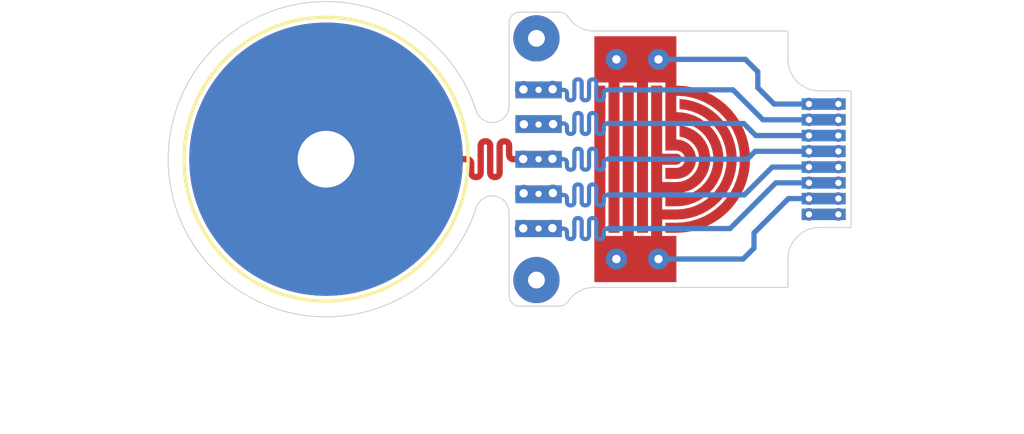
<source format=kicad_pcb>
(kicad_pcb (version 20171130) (host pcbnew "(5.1.10)-1")

  (general
    (thickness 0.15)
    (drawings 31)
    (tracks 37)
    (zones 0)
    (modules 1)
    (nets 1)
  )

  (page A4)
  (layers
    (0 F.Cu signal)
    (31 B.Cu signal)
    (32 B.Adhes user)
    (33 F.Adhes user)
    (34 B.Paste user)
    (35 F.Paste user)
    (36 B.SilkS user)
    (37 F.SilkS user)
    (38 B.Mask user)
    (39 F.Mask user)
    (40 Dwgs.User user)
    (41 Cmts.User user)
    (42 Eco1.User user)
    (43 Eco2.User user)
    (44 Edge.Cuts user)
    (45 Margin user)
    (46 B.CrtYd user)
    (47 F.CrtYd user)
    (48 B.Fab user)
    (49 F.Fab user)
  )

  (setup
    (last_trace_width 0.25)
    (trace_clearance 0.2)
    (zone_clearance 0.508)
    (zone_45_only no)
    (trace_min 0.2)
    (via_size 0.8)
    (via_drill 0.4)
    (via_min_size 0.4)
    (via_min_drill 0.3)
    (uvia_size 0.3)
    (uvia_drill 0.1)
    (uvias_allowed no)
    (uvia_min_size 0.2)
    (uvia_min_drill 0.1)
    (edge_width 0.05)
    (segment_width 0.2)
    (pcb_text_width 0.3)
    (pcb_text_size 1.5 1.5)
    (mod_edge_width 0.12)
    (mod_text_size 1 1)
    (mod_text_width 0.15)
    (pad_size 0.2 0.2)
    (pad_drill 0)
    (pad_to_mask_clearance 0)
    (aux_axis_origin 0 0)
    (grid_origin 142.5681 106.14218)
    (visible_elements 7FFFFFFF)
    (pcbplotparams
      (layerselection 0x014fc_ffffffff)
      (usegerberextensions false)
      (usegerberattributes true)
      (usegerberadvancedattributes true)
      (creategerberjobfile true)
      (excludeedgelayer true)
      (linewidth 0.100000)
      (plotframeref false)
      (viasonmask false)
      (mode 1)
      (useauxorigin false)
      (hpglpennumber 1)
      (hpglpenspeed 20)
      (hpglpendiameter 15.000000)
      (psnegative false)
      (psa4output false)
      (plotreference true)
      (plotvalue true)
      (plotinvisibletext false)
      (padsonsilk false)
      (subtractmaskfromsilk false)
      (outputformat 1)
      (mirror false)
      (drillshape 0)
      (scaleselection 1)
      (outputdirectory "BYTE_Bite_flex_v1.0/"))
  )

  (net 0 "")

  (net_class Default "This is the default net class."
    (clearance 0.2)
    (trace_width 0.25)
    (via_dia 0.8)
    (via_drill 0.4)
    (uvia_dia 0.3)
    (uvia_drill 0.1)
  )

  (module BYTE_Parts:Flex_Footprint_83 (layer F.Cu) (tedit 615B9453) (tstamp 615B9DCB)
    (at 142.5681 106.14218 90)
    (descr "Flex_Footprint_79 StepUp generated footprint")
    (fp_text reference REF** (at 0 -8 90) (layer F.Fab)
      (effects (font (size 0.8 0.8) (thickness 0.12)))
    )
    (fp_text value "Value " (at 0 10 90) (layer F.Fab)
      (effects (font (size 0.8 0.8) (thickness 0.12)))
    )
    (fp_circle (center 0 0) (end -6.75 0) (layer F.SilkS) (width 0.16))
    (fp_circle (center 0 0) (end -6.55 0) (layer F.Fab) (width 0.1))
    (fp_circle (center 0 0) (end -7 0) (layer F.CrtYd) (width 0.05))
    (fp_text user %R (at 0 -8 90) (layer F.Fab)
      (effects (font (size 0.8 0.8) (thickness 0.12)))
    )
    (fp_text user "EDIT PAD NUMBERS" (at 0 9 90) (layer Cmts.User)
      (effects (font (size 1 1) (thickness 0.2) italic))
    )
    (pad "#" thru_hole circle (at 0 0 90) (size 13 13) (drill 2.7) (layers *.Cu *.Mask))
    (pad "#" thru_hole circle (at -5.75 10 90) (size 2.2 2.2) (drill 0.8) (layers *.Cu *.Mask))
    (pad "#" thru_hole circle (at 5.75 10 90) (size 2.2 2.2) (drill 0.8) (layers *.Cu *.Mask))
    (pad "#" thru_hole circle (at -4.75 15.8 90) (size 1 1) (drill 0.4) (layers *.Cu *.Mask))
    (pad "#" thru_hole circle (at 4.75 15.8 90) (size 1 1) (drill 0.4) (layers *.Cu *.Mask))
    (pad "#" thru_hole circle (at -2.625 22.95 90) (size 0.6 0.6) (drill 0.3) (layers *.Cu *.Mask))
    (pad "#" thru_hole circle (at -1.875 22.95 90) (size 0.6 0.6) (drill 0.3) (layers *.Cu *.Mask))
    (pad "#" thru_hole circle (at -1.125 22.95 90) (size 0.6 0.6) (drill 0.3) (layers *.Cu *.Mask))
    (pad "#" thru_hole circle (at -0.375 22.95 90) (size 0.6 0.6) (drill 0.3) (layers *.Cu *.Mask))
    (pad "#" thru_hole circle (at 0.375 22.95 90) (size 0.6 0.6) (drill 0.3) (layers *.Cu *.Mask))
    (pad "#" thru_hole circle (at 1.125 22.95 90) (size 0.6 0.6) (drill 0.3) (layers *.Cu *.Mask))
    (pad "#" thru_hole circle (at 1.875 22.95 90) (size 0.6 0.6) (drill 0.3) (layers *.Cu *.Mask))
    (pad "#" thru_hole circle (at 2.625 22.95 90) (size 0.6 0.6) (drill 0.3) (layers *.Cu *.Mask))
    (pad "#" thru_hole circle (at -2.625 24.35 90) (size 0.6 0.6) (drill 0.3) (layers *.Cu *.Mask))
    (pad "#" thru_hole circle (at -1.875 24.35 90) (size 0.6 0.6) (drill 0.3) (layers *.Cu *.Mask))
    (pad "#" thru_hole circle (at -1.125 24.35 90) (size 0.6 0.6) (drill 0.3) (layers *.Cu *.Mask))
    (pad "#" thru_hole circle (at -0.375 24.35 90) (size 0.6 0.6) (drill 0.3) (layers *.Cu *.Mask))
    (pad "#" thru_hole circle (at 0.375 24.35 90) (size 0.6 0.6) (drill 0.3) (layers *.Cu *.Mask))
    (pad "#" thru_hole circle (at 1.125 24.35 90) (size 0.6 0.6) (drill 0.3) (layers *.Cu *.Mask))
    (pad "#" thru_hole circle (at 1.875 24.35 90) (size 0.6 0.6) (drill 0.3) (layers *.Cu *.Mask))
    (pad "#" thru_hole circle (at 2.625 24.35 90) (size 0.6 0.6) (drill 0.3) (layers *.Cu *.Mask))
    (pad "#" thru_hole circle (at -4.75 13.8 90) (size 1 1) (drill 0.4) (layers *.Cu *.Mask))
    (pad "#" thru_hole circle (at 4.75 13.8 90) (size 1 1) (drill 0.4) (layers *.Cu *.Mask))
    (pad "#" thru_hole rect (at -3.3 10.1 90) (size 0.8 2.2) (drill 0.3) (layers *.Cu *.Mask))
    (pad "#" thru_hole rect (at -1.65 10.1 90) (size 0.8 2.2) (drill 0.3) (layers *.Cu *.Mask))
    (pad "#" thru_hole rect (at 0 10.1 90) (size 0.8 2.2) (drill 0.3) (layers *.Cu *.Mask))
    (pad "#" thru_hole rect (at 1.65 10.1 90) (size 0.8 2.2) (drill 0.3) (layers *.Cu *.Mask))
    (pad "#" thru_hole rect (at 3.3 10.1 90) (size 0.8 2.2) (drill 0.3) (layers *.Cu *.Mask))
    (pad "#" smd custom (at 0 9.033 90) (size 0.073 0.073) (layers F.Cu)
      (zone_connect 0)
      (options (clearance outline) (anchor circle))
      (primitives
        (gr_poly (pts
           (xy -0.198 -2.283) (xy -0.162 -2.297) (xy -0.148 -2.333) (xy -0.148 -2.595) (xy 0.152 -2.595)
           (xy 0.152 -2.333) (xy 0.135 -2.224) (xy 0.085 -2.127) (xy 0.008 -2.049) (xy -0.09 -2)
           (xy -0.198 -1.983) (xy -0.649 -1.983) (xy -0.684 -1.968) (xy -0.699 -1.933) (xy -0.699 -1.883)
           (xy -0.684 -1.847) (xy -0.649 -1.833) (xy 0.651 -1.833) (xy 0.759 -1.815) (xy 0.857 -1.766)
           (xy 0.934 -1.688) (xy 0.984 -1.591) (xy 1.001 -1.483) (xy 1.001 -1.433) (xy 0.984 -1.324)
           (xy 0.934 -1.227) (xy 0.857 -1.149) (xy 0.759 -1.1) (xy 0.651 -1.083) (xy -0.649 -1.083)
           (xy -0.684 -1.068) (xy -0.699 -1.033) (xy -0.699 -0.983) (xy -0.684 -0.947) (xy -0.649 -0.933)
           (xy 0.651 -0.933) (xy 0.759 -0.915) (xy 0.857 -0.866) (xy 0.934 -0.788) (xy 0.984 -0.691)
           (xy 1.001 -0.583) (xy 1.001 -0.533) (xy 0.984 -0.424) (xy 0.934 -0.327) (xy 0.857 -0.249)
           (xy 0.759 -0.2) (xy 0.651 -0.183) (xy 0.2 -0.183) (xy 0.165 -0.168) (xy 0.15 -0.133)
           (xy 0.15 0) (xy 0.135 0.065) (xy 0.094 0.117) (xy 0.033 0.146) (xy -0.033 0.146)
           (xy -0.094 0.117) (xy -0.135 0.065) (xy -0.15 0) (xy -0.15 -0.133) (xy -0.133 -0.241)
           (xy -0.083 -0.338) (xy -0.006 -0.416) (xy 0.092 -0.465) (xy 0.2 -0.483) (xy 0.651 -0.483)
           (xy 0.686 -0.497) (xy 0.701 -0.533) (xy 0.701 -0.583) (xy 0.686 -0.618) (xy 0.651 -0.633)
           (xy -0.649 -0.633) (xy -0.757 -0.65) (xy -0.855 -0.699) (xy -0.932 -0.777) (xy -0.982 -0.874)
           (xy -0.999 -0.983) (xy -0.999 -1.033) (xy -0.982 -1.141) (xy -0.932 -1.238) (xy -0.855 -1.316)
           (xy -0.757 -1.365) (xy -0.649 -1.383) (xy 0.651 -1.383) (xy 0.686 -1.397) (xy 0.701 -1.433)
           (xy 0.701 -1.483) (xy 0.686 -1.518) (xy 0.651 -1.533) (xy -0.649 -1.533) (xy -0.757 -1.55)
           (xy -0.855 -1.599) (xy -0.932 -1.677) (xy -0.982 -1.774) (xy -0.999 -1.883) (xy -0.999 -1.933)
           (xy -0.982 -2.041) (xy -0.932 -2.138) (xy -0.855 -2.216) (xy -0.757 -2.265) (xy -0.649 -2.283)
) (width 0))
      ))
    (pad "#" smd custom (at -1.875 23.65 90) (size 0.2 0.2) (layers B.Cu B.Mask)
      (zone_connect 0)
      (options (clearance outline) (anchor circle))
      (primitives
        (gr_poly (pts
           (xy 0.275 -1.05) (xy 0.275 1.05) (xy -0.275 1.05) (xy -0.275 -1.05)) (width 0))
      ))
    (pad "#" smd custom (at -1.125 23.65 90) (size 0.2 0.2) (layers B.Cu B.Mask)
      (zone_connect 0)
      (options (clearance outline) (anchor circle))
      (primitives
        (gr_poly (pts
           (xy 0.275 -1.05) (xy 0.275 1.05) (xy -0.275 1.05) (xy -0.275 -1.05)) (width 0))
      ))
    (pad "#" smd custom (at -0.375 23.65 90) (size 0.2 0.2) (layers B.Cu B.Mask)
      (zone_connect 0)
      (options (clearance outline) (anchor circle))
      (primitives
        (gr_poly (pts
           (xy 0.275 1.05) (xy -0.275 1.05) (xy -0.275 -1.05) (xy 0.275 -1.05)) (width 0))
      ))
    (pad "#" smd custom (at 0.375 23.65 90) (size 0.2 0.2) (layers B.Cu B.Mask)
      (zone_connect 0)
      (options (clearance outline) (anchor circle))
      (primitives
        (gr_poly (pts
           (xy 0.275 -1.05) (xy 0.275 1.05) (xy -0.275 1.05) (xy -0.275 -1.05)) (width 0))
      ))
    (pad "#" smd custom (at 1.125 23.65 90) (size 0.2 0.2) (layers B.Cu B.Mask)
      (zone_connect 0)
      (options (clearance outline) (anchor circle))
      (primitives
        (gr_poly (pts
           (xy 0.275 -1.05) (xy 0.275 1.05) (xy -0.275 1.05) (xy -0.275 -1.05)) (width 0))
      ))
    (pad "#" smd custom (at 1.875 23.65 90) (size 0.2 0.2) (layers B.Cu B.Mask)
      (zone_connect 0)
      (options (clearance outline) (anchor circle))
      (primitives
        (gr_poly (pts
           (xy 0.275 -1.05) (xy 0.275 1.05) (xy -0.275 1.05) (xy -0.275 -1.05)) (width 0))
      ))
    (pad "#" smd custom (at 2.625 23.65 90) (size 0.2 0.2) (layers B.Cu B.Mask)
      (zone_connect 0)
      (options (clearance outline) (anchor circle))
      (primitives
        (gr_poly (pts
           (xy 0.275 -1.05) (xy 0.275 1.05) (xy -0.275 1.05) (xy -0.275 -1.05)) (width 0))
      ))
    (pad "#" smd custom (at -2.625 23.65 90) (size 0.2 0.2) (layers B.Cu B.Mask)
      (zone_connect 0)
      (options (clearance outline) (anchor circle))
      (primitives
        (gr_poly (pts
           (xy -0.275 -1.05) (xy -0.275 1.05) (xy 0.275 1.05) (xy 0.275 -1.05)) (width 0))
      ))
    (pad "#" smd custom (at 4.85 14.75 90) (size 0.2 0.2) (layers F.Cu)
      (zone_connect 0)
      (options (clearance outline) (anchor circle))
      (primitives
        (gr_poly (pts
           (xy -8.331 2.266) (xy -8.274 2.628) (xy -8.179 2.982) (xy -8.047 3.324) (xy -7.881 3.65)
           (xy -7.682 3.957) (xy -7.451 4.242) (xy -7.192 4.501) (xy -6.907 4.732) (xy -6.6 4.931)
           (xy -6.274 5.097) (xy -5.932 5.229) (xy -5.578 5.324) (xy -5.216 5.381) (xy -4.85 5.4)
           (xy -4.484 5.381) (xy -4.122 5.324) (xy -3.768 5.229) (xy -3.426 5.097) (xy -3.1 4.931)
           (xy -2.793 4.732) (xy -2.508 4.501) (xy -2.249 4.242) (xy -2.018 3.957) (xy -1.819 3.65)
           (xy -1.653 3.324) (xy -1.521 2.982) (xy -1.426 2.628) (xy -1.369 2.266) (xy -1.35 1.9)
           (xy 1 1.9) (xy 1 -2) (xy -1.2 -2) (xy -1.2 -1.325) (xy -8.35 -1.325)
           (xy -8.35 -0.8) (xy -1.2 -0.8) (xy -1.2 0.025) (xy -8.35 0.025) (xy -8.35 0.55)
           (xy -1.2 0.55) (xy -1.2 1.375) (xy -4.437 1.375) (xy -4.437 1.9) (xy -4.454 2.016)
           (xy -4.503 2.123) (xy -4.58 2.212) (xy -4.679 2.275) (xy -4.791 2.308) (xy -4.909 2.308)
           (xy -5.021 2.275) (xy -5.12 2.212) (xy -5.197 2.123) (xy -5.246 2.016) (xy -5.263 1.9)
           (xy -5.263 1.375) (xy -5.788 1.375) (xy -5.788 1.9) (xy -5.769 2.083) (xy -5.716 2.259)
           (xy -5.63 2.421) (xy -5.513 2.563) (xy -5.371 2.68) (xy -5.209 2.766) (xy -5.033 2.819)
           (xy -4.85 2.837) (xy -4.667 2.819) (xy -4.491 2.766) (xy -4.329 2.68) (xy -4.187 2.563)
           (xy -4.07 2.421) (xy -3.984 2.259) (xy -3.931 2.083) (xy -3.912 1.9) (xy -3.087 1.9)
           (xy -3.107 2.163) (xy -3.166 2.42) (xy -3.262 2.665) (xy -3.394 2.893) (xy -3.558 3.099)
           (xy -3.751 3.278) (xy -3.969 3.426) (xy -4.206 3.541) (xy -4.458 3.618) (xy -4.718 3.658)
           (xy -4.982 3.658) (xy -5.242 3.618) (xy -5.494 3.541) (xy -5.731 3.426) (xy -5.949 3.278)
           (xy -6.142 3.099) (xy -6.306 2.893) (xy -6.438 2.665) (xy -6.534 2.42) (xy -6.593 2.163)
           (xy -6.613 1.9) (xy -6.613 1.375) (xy -7.092 1.375) (xy -7.092 1.9) (xy -7.072 2.193)
           (xy -7.015 2.48) (xy -6.921 2.758) (xy -6.791 3.021) (xy -6.628 3.265) (xy -6.435 3.485)
           (xy -6.215 3.678) (xy -5.971 3.841) (xy -5.708 3.971) (xy -5.43 4.065) (xy -5.143 4.122)
           (xy -4.85 4.142) (xy -4.557 4.122) (xy -4.27 4.065) (xy -3.992 3.971) (xy -3.729 3.841)
           (xy -3.485 3.678) (xy -3.265 3.485) (xy -3.072 3.265) (xy -2.909 3.021) (xy -2.779 2.758)
           (xy -2.685 2.48) (xy -2.628 2.193) (xy -2.608 1.9) (xy -1.829 1.9) (xy -1.848 2.238)
           (xy -1.905 2.572) (xy -1.999 2.898) (xy -2.128 3.211) (xy -2.292 3.507) (xy -2.488 3.783)
           (xy -2.714 4.036) (xy -2.967 4.262) (xy -3.243 4.458) (xy -3.539 4.622) (xy -3.852 4.751)
           (xy -4.178 4.845) (xy -4.512 4.902) (xy -4.85 4.921) (xy -5.188 4.902) (xy -5.522 4.845)
           (xy -5.848 4.751) (xy -6.161 4.622) (xy -6.457 4.458) (xy -6.733 4.262) (xy -6.986 4.036)
           (xy -7.212 3.783) (xy -7.408 3.507) (xy -7.572 3.211) (xy -7.701 2.898) (xy -7.795 2.572)
           (xy -7.852 2.238) (xy -7.871 1.9) (xy -7.871 1.375) (xy -8.35 1.375) (xy -8.35 1.9)
) (width 0))
      ))
    (pad "#" smd custom (at -4.85 14.75 90) (size 0.2 0.2) (layers F.Cu)
      (zone_connect 0)
      (options (clearance outline) (anchor circle))
      (primitives
        (gr_poly (pts
           (xy 8.35 -1.475) (xy 1.2 -1.475) (xy 1.2 -0.65) (xy 8.35 -0.65) (xy 8.35 -0.125)
           (xy 1.2 -0.125) (xy 1.2 0.7) (xy 8.35 0.7) (xy 8.35 1.225) (xy 5.112 1.225)
           (xy 5.112 1.9) (xy 5.097 1.99) (xy 5.051 2.069) (xy 4.981 2.127) (xy 4.896 2.159)
           (xy 4.804 2.159) (xy 4.719 2.127) (xy 4.649 2.069) (xy 4.603 1.99) (xy 4.587 1.9)
           (xy 4.587 1.225) (xy 3.762 1.225) (xy 3.762 1.9) (xy 3.782 2.103) (xy 3.838 2.299)
           (xy 3.93 2.481) (xy 4.055 2.642) (xy 4.207 2.777) (xy 4.382 2.882) (xy 4.574 2.952)
           (xy 4.775 2.985) (xy 4.979 2.98) (xy 5.178 2.937) (xy 5.366 2.858) (xy 5.535 2.745)
           (xy 5.681 2.602) (xy 5.797 2.434) (xy 5.88 2.248) (xy 5.927 2.05) (xy 6.456 2.05)
           (xy 6.414 2.292) (xy 6.336 2.525) (xy 6.224 2.743) (xy 6.08 2.942) (xy 5.908 3.117)
           (xy 5.711 3.264) (xy 5.494 3.378) (xy 5.262 3.459) (xy 5.02 3.503) (xy 4.775 3.511)
           (xy 4.531 3.481) (xy 4.295 3.414) (xy 4.071 3.312) (xy 3.866 3.178) (xy 3.684 3.013)
           (xy 3.528 2.823) (xy 3.403 2.612) (xy 3.312 2.384) (xy 3.256 2.145) (xy 3.237 1.9)
           (xy 3.237 1.225) (xy 2.458 1.225) (xy 2.458 1.9) (xy 2.478 2.206) (xy 2.537 2.507)
           (xy 2.633 2.798) (xy 2.766 3.074) (xy 2.934 3.331) (xy 3.133 3.564) (xy 3.36 3.77)
           (xy 3.611 3.946) (xy 3.883 4.087) (xy 4.171 4.193) (xy 4.47 4.261) (xy 4.775 4.29)
           (xy 5.081 4.28) (xy 5.384 4.231) (xy 5.678 4.144) (xy 5.958 4.019) (xy 6.22 3.86)
           (xy 6.46 3.669) (xy 6.673 3.448) (xy 6.856 3.202) (xy 7.006 2.935) (xy 7.121 2.651)
           (xy 7.198 2.354) (xy 7.237 2.05) (xy 7.717 2.05) (xy 7.681 2.376) (xy 7.608 2.696)
           (xy 7.499 3.006) (xy 7.356 3.301) (xy 7.179 3.578) (xy 6.972 3.833) (xy 6.738 4.063)
           (xy 6.478 4.264) (xy 6.198 4.435) (xy 5.9 4.572) (xy 5.588 4.674) (xy 5.266 4.741)
           (xy 4.939 4.769) (xy 4.611 4.761) (xy 4.286 4.715) (xy 3.968 4.632) (xy 3.662 4.514)
           (xy 3.371 4.361) (xy 3.1 4.176) (xy 2.852 3.961) (xy 2.63 3.72) (xy 2.436 3.454)
           (xy 2.275 3.169) (xy 2.147 2.866) (xy 2.054 2.551) (xy 1.998 2.228) (xy 1.979 1.9)
           (xy 1.979 1.225) (xy 1.2 1.225) (xy 1.2 1.9) (xy -1 1.9) (xy -1 -2)
           (xy 8.35 -2)) (width 0))
      ))
    (pad "#" smd custom (at -3.3 13.4 90) (size 0.1 0.1) (layers B.Cu)
      (zone_connect 0)
      (options (clearance outline) (anchor circle))
      (primitives
        (gr_poly (pts
           (xy -0.15 -2.05) (xy -0.115 -2.065) (xy -0.1 -2.1) (xy -0.1 -2.15) (xy -0.115 -2.185)
           (xy -0.15 -2.2) (xy -0.4 -2.2) (xy -0.4 -4.4) (xy 0.4 -4.4) (xy 0.4 -2.2)
           (xy 0.15 -2.2) (xy 0.115 -2.185) (xy 0.1 -2.15) (xy 0.1 -2.1) (xy 0.081 -2.004)
           (xy 0.027 -1.923) (xy -0.054 -1.869) (xy -0.15 -1.85) (xy -0.35 -1.85) (xy -0.385 -1.835)
           (xy -0.4 -1.8) (xy -0.4 -1.75) (xy -0.385 -1.715) (xy -0.35 -1.7) (xy 0.35 -1.7)
           (xy 0.446 -1.681) (xy 0.527 -1.627) (xy 0.581 -1.546) (xy 0.6 -1.45) (xy 0.6 -1.4)
           (xy 0.581 -1.304) (xy 0.527 -1.223) (xy 0.446 -1.169) (xy 0.35 -1.15) (xy -0.35 -1.15)
           (xy -0.385 -1.135) (xy -0.4 -1.1) (xy -0.4 -1.05) (xy -0.385 -1.015) (xy -0.35 -1)
           (xy 0.35 -1) (xy 0.446 -0.981) (xy 0.527 -0.927) (xy 0.581 -0.846) (xy 0.6 -0.75)
           (xy 0.6 -0.7) (xy 0.581 -0.604) (xy 0.527 -0.523) (xy 0.446 -0.469) (xy 0.35 -0.45)
           (xy -0.35 -0.45) (xy -0.385 -0.435) (xy -0.4 -0.4) (xy -0.4 -0.35) (xy -0.385 -0.315)
           (xy -0.35 -0.3) (xy -0.15 -0.3) (xy -0.054 -0.281) (xy 0.027 -0.227) (xy 0.081 -0.146)
           (xy 0.1 -0.05) (xy 0.1 0) (xy 0.081 0.059) (xy 0.031 0.095) (xy -0.031 0.095)
           (xy -0.081 0.059) (xy -0.1 0) (xy -0.1 -0.05) (xy -0.115 -0.085) (xy -0.15 -0.1)
           (xy -0.35 -0.1) (xy -0.446 -0.119) (xy -0.527 -0.173) (xy -0.581 -0.254) (xy -0.6 -0.35)
           (xy -0.6 -0.4) (xy -0.581 -0.496) (xy -0.527 -0.577) (xy -0.446 -0.631) (xy -0.35 -0.65)
           (xy 0.35 -0.65) (xy 0.385 -0.665) (xy 0.4 -0.7) (xy 0.4 -0.75) (xy 0.385 -0.785)
           (xy 0.35 -0.8) (xy -0.35 -0.8) (xy -0.446 -0.819) (xy -0.527 -0.873) (xy -0.581 -0.954)
           (xy -0.6 -1.05) (xy -0.6 -1.1) (xy -0.581 -1.196) (xy -0.527 -1.277) (xy -0.446 -1.331)
           (xy -0.35 -1.35) (xy 0.35 -1.35) (xy 0.385 -1.365) (xy 0.4 -1.4) (xy 0.4 -1.45)
           (xy 0.385 -1.485) (xy 0.35 -1.5) (xy -0.35 -1.5) (xy -0.446 -1.519) (xy -0.527 -1.573)
           (xy -0.581 -1.654) (xy -0.6 -1.75) (xy -0.6 -1.8) (xy -0.581 -1.896) (xy -0.527 -1.977)
           (xy -0.446 -2.031) (xy -0.35 -2.05)) (width 0))
      ))
    (pad "#" smd custom (at -1.7 13.4 90) (size 0.1 0.1) (layers B.Cu)
      (zone_connect 0)
      (options (clearance outline) (anchor circle))
      (primitives
        (gr_poly (pts
           (xy -0.15 -2.05) (xy -0.115 -2.065) (xy -0.1 -2.1) (xy -0.1 -2.15) (xy -0.115 -2.185)
           (xy -0.15 -2.2) (xy -0.4 -2.2) (xy -0.4 -4.4) (xy 0.4 -4.4) (xy 0.4 -2.2)
           (xy 0.15 -2.2) (xy 0.115 -2.185) (xy 0.1 -2.15) (xy 0.1 -2.1) (xy 0.081 -2.004)
           (xy 0.027 -1.923) (xy -0.054 -1.869) (xy -0.15 -1.85) (xy -0.35 -1.85) (xy -0.385 -1.835)
           (xy -0.4 -1.8) (xy -0.4 -1.75) (xy -0.385 -1.715) (xy -0.35 -1.7) (xy 0.35 -1.7)
           (xy 0.446 -1.681) (xy 0.527 -1.627) (xy 0.581 -1.546) (xy 0.6 -1.45) (xy 0.6 -1.4)
           (xy 0.581 -1.304) (xy 0.527 -1.223) (xy 0.446 -1.169) (xy 0.35 -1.15) (xy -0.35 -1.15)
           (xy -0.385 -1.135) (xy -0.4 -1.1) (xy -0.4 -1.05) (xy -0.385 -1.015) (xy -0.35 -1)
           (xy 0.35 -1) (xy 0.446 -0.981) (xy 0.527 -0.927) (xy 0.581 -0.846) (xy 0.6 -0.75)
           (xy 0.6 -0.7) (xy 0.581 -0.604) (xy 0.527 -0.523) (xy 0.446 -0.469) (xy 0.35 -0.45)
           (xy -0.35 -0.45) (xy -0.385 -0.435) (xy -0.4 -0.4) (xy -0.4 -0.35) (xy -0.385 -0.315)
           (xy -0.35 -0.3) (xy -0.15 -0.3) (xy -0.054 -0.281) (xy 0.027 -0.227) (xy 0.081 -0.146)
           (xy 0.1 -0.05) (xy 0.1 0) (xy 0.081 0.059) (xy 0.031 0.095) (xy -0.031 0.095)
           (xy -0.081 0.059) (xy -0.1 0) (xy -0.1 -0.05) (xy -0.115 -0.085) (xy -0.15 -0.1)
           (xy -0.35 -0.1) (xy -0.446 -0.119) (xy -0.527 -0.173) (xy -0.581 -0.254) (xy -0.6 -0.35)
           (xy -0.6 -0.4) (xy -0.581 -0.496) (xy -0.527 -0.577) (xy -0.446 -0.631) (xy -0.35 -0.65)
           (xy 0.35 -0.65) (xy 0.385 -0.665) (xy 0.4 -0.7) (xy 0.4 -0.75) (xy 0.385 -0.785)
           (xy 0.35 -0.8) (xy -0.35 -0.8) (xy -0.446 -0.819) (xy -0.527 -0.873) (xy -0.581 -0.954)
           (xy -0.6 -1.05) (xy -0.6 -1.1) (xy -0.581 -1.196) (xy -0.527 -1.277) (xy -0.446 -1.331)
           (xy -0.35 -1.35) (xy 0.35 -1.35) (xy 0.385 -1.365) (xy 0.4 -1.4) (xy 0.4 -1.45)
           (xy 0.385 -1.485) (xy 0.35 -1.5) (xy -0.35 -1.5) (xy -0.446 -1.519) (xy -0.527 -1.573)
           (xy -0.581 -1.654) (xy -0.6 -1.75) (xy -0.6 -1.8) (xy -0.581 -1.896) (xy -0.527 -1.977)
           (xy -0.446 -2.031) (xy -0.35 -2.05)) (width 0))
      ))
    (pad "#" smd custom (at 0 9.033 90) (size 0.073 0.073) (layers B.Cu)
      (zone_connect 0)
      (options (clearance outline) (anchor circle))
      (primitives
        (gr_poly (pts
           (xy -0.15 2.317) (xy -0.115 2.302) (xy -0.1 2.267) (xy -0.1 2.217) (xy -0.115 2.181)
           (xy -0.15 2.167) (xy -0.4 2.167) (xy -0.4 -0.033) (xy 0.4 -0.033) (xy 0.4 2.167)
           (xy 0.15 2.167) (xy 0.115 2.181) (xy 0.1 2.217) (xy 0.1 2.267) (xy 0.081 2.362)
           (xy 0.027 2.444) (xy -0.054 2.498) (xy -0.15 2.517) (xy -0.35 2.517) (xy -0.385 2.531)
           (xy -0.4 2.567) (xy -0.4 2.617) (xy -0.385 2.652) (xy -0.35 2.667) (xy 0.35 2.667)
           (xy 0.446 2.686) (xy 0.527 2.74) (xy 0.581 2.821) (xy 0.6 2.917) (xy 0.6 2.967)
           (xy 0.581 3.062) (xy 0.527 3.144) (xy 0.446 3.198) (xy 0.35 3.217) (xy -0.35 3.217)
           (xy -0.385 3.231) (xy -0.4 3.267) (xy -0.4 3.317) (xy -0.385 3.352) (xy -0.35 3.367)
           (xy 0.35 3.367) (xy 0.446 3.386) (xy 0.527 3.44) (xy 0.581 3.521) (xy 0.6 3.617)
           (xy 0.6 3.667) (xy 0.581 3.762) (xy 0.527 3.844) (xy 0.446 3.898) (xy 0.35 3.917)
           (xy -0.35 3.917) (xy -0.385 3.931) (xy -0.4 3.967) (xy -0.4 4.017) (xy -0.385 4.052)
           (xy -0.35 4.067) (xy -0.15 4.067) (xy -0.054 4.086) (xy 0.027 4.14) (xy 0.081 4.221)
           (xy 0.1 4.317) (xy 0.1 4.367) (xy 0.081 4.426) (xy 0.031 4.462) (xy -0.031 4.462)
           (xy -0.081 4.426) (xy -0.1 4.367) (xy -0.1 4.317) (xy -0.115 4.281) (xy -0.15 4.267)
           (xy -0.35 4.267) (xy -0.446 4.248) (xy -0.527 4.194) (xy -0.581 4.112) (xy -0.6 4.017)
           (xy -0.6 3.967) (xy -0.581 3.871) (xy -0.527 3.79) (xy -0.446 3.736) (xy -0.35 3.717)
           (xy 0.35 3.717) (xy 0.385 3.702) (xy 0.4 3.667) (xy 0.4 3.617) (xy 0.385 3.581)
           (xy 0.35 3.567) (xy -0.35 3.567) (xy -0.446 3.548) (xy -0.527 3.494) (xy -0.581 3.412)
           (xy -0.6 3.317) (xy -0.6 3.267) (xy -0.581 3.171) (xy -0.527 3.09) (xy -0.446 3.036)
           (xy -0.35 3.017) (xy 0.35 3.017) (xy 0.385 3.002) (xy 0.4 2.967) (xy 0.4 2.917)
           (xy 0.385 2.881) (xy 0.35 2.867) (xy -0.35 2.867) (xy -0.446 2.848) (xy -0.527 2.794)
           (xy -0.581 2.712) (xy -0.6 2.617) (xy -0.6 2.567) (xy -0.581 2.471) (xy -0.527 2.39)
           (xy -0.446 2.336) (xy -0.35 2.317)) (width 0))
      ))
    (pad "#" smd custom (at 1.7 13.4 90) (size 0.1 0.1) (layers B.Cu)
      (zone_connect 0)
      (options (clearance outline) (anchor circle))
      (primitives
        (gr_poly (pts
           (xy -0.15 -2.05) (xy -0.115 -2.065) (xy -0.1 -2.1) (xy -0.1 -2.15) (xy -0.115 -2.185)
           (xy -0.15 -2.2) (xy -0.4 -2.2) (xy -0.4 -4.4) (xy 0.4 -4.4) (xy 0.4 -2.2)
           (xy 0.15 -2.2) (xy 0.115 -2.185) (xy 0.1 -2.15) (xy 0.1 -2.1) (xy 0.081 -2.004)
           (xy 0.027 -1.923) (xy -0.054 -1.869) (xy -0.15 -1.85) (xy -0.35 -1.85) (xy -0.385 -1.835)
           (xy -0.4 -1.8) (xy -0.4 -1.75) (xy -0.385 -1.715) (xy -0.35 -1.7) (xy 0.35 -1.7)
           (xy 0.446 -1.681) (xy 0.527 -1.627) (xy 0.581 -1.546) (xy 0.6 -1.45) (xy 0.6 -1.4)
           (xy 0.581 -1.304) (xy 0.527 -1.223) (xy 0.446 -1.169) (xy 0.35 -1.15) (xy -0.35 -1.15)
           (xy -0.385 -1.135) (xy -0.4 -1.1) (xy -0.4 -1.05) (xy -0.385 -1.015) (xy -0.35 -1)
           (xy 0.35 -1) (xy 0.446 -0.981) (xy 0.527 -0.927) (xy 0.581 -0.846) (xy 0.6 -0.75)
           (xy 0.6 -0.7) (xy 0.581 -0.604) (xy 0.527 -0.523) (xy 0.446 -0.469) (xy 0.35 -0.45)
           (xy -0.35 -0.45) (xy -0.385 -0.435) (xy -0.4 -0.4) (xy -0.4 -0.35) (xy -0.385 -0.315)
           (xy -0.35 -0.3) (xy -0.15 -0.3) (xy -0.054 -0.281) (xy 0.027 -0.227) (xy 0.081 -0.146)
           (xy 0.1 -0.05) (xy 0.1 0) (xy 0.081 0.059) (xy 0.031 0.095) (xy -0.031 0.095)
           (xy -0.081 0.059) (xy -0.1 0) (xy -0.1 -0.05) (xy -0.115 -0.085) (xy -0.15 -0.1)
           (xy -0.35 -0.1) (xy -0.446 -0.119) (xy -0.527 -0.173) (xy -0.581 -0.254) (xy -0.6 -0.35)
           (xy -0.6 -0.4) (xy -0.581 -0.496) (xy -0.527 -0.577) (xy -0.446 -0.631) (xy -0.35 -0.65)
           (xy 0.35 -0.65) (xy 0.385 -0.665) (xy 0.4 -0.7) (xy 0.4 -0.75) (xy 0.385 -0.785)
           (xy 0.35 -0.8) (xy -0.35 -0.8) (xy -0.446 -0.819) (xy -0.527 -0.873) (xy -0.581 -0.954)
           (xy -0.6 -1.05) (xy -0.6 -1.1) (xy -0.581 -1.196) (xy -0.527 -1.277) (xy -0.446 -1.331)
           (xy -0.35 -1.35) (xy 0.35 -1.35) (xy 0.385 -1.365) (xy 0.4 -1.4) (xy 0.4 -1.45)
           (xy 0.385 -1.485) (xy 0.35 -1.5) (xy -0.35 -1.5) (xy -0.446 -1.519) (xy -0.527 -1.573)
           (xy -0.581 -1.654) (xy -0.6 -1.75) (xy -0.6 -1.8) (xy -0.581 -1.896) (xy -0.527 -1.977)
           (xy -0.446 -2.031) (xy -0.35 -2.05)) (width 0))
      ))
    (pad "#" smd custom (at 3.3 13.4 90) (size 0.1 0.1) (layers B.Cu)
      (zone_connect 0)
      (options (clearance outline) (anchor circle))
      (primitives
        (gr_poly (pts
           (xy -0.15 -2.05) (xy -0.115 -2.065) (xy -0.1 -2.1) (xy -0.1 -2.15) (xy -0.115 -2.185)
           (xy -0.15 -2.2) (xy -0.4 -2.2) (xy -0.4 -4.4) (xy 0.4 -4.4) (xy 0.4 -2.2)
           (xy 0.15 -2.2) (xy 0.115 -2.185) (xy 0.1 -2.15) (xy 0.1 -2.1) (xy 0.081 -2.004)
           (xy 0.027 -1.923) (xy -0.054 -1.869) (xy -0.15 -1.85) (xy -0.35 -1.85) (xy -0.385 -1.835)
           (xy -0.4 -1.8) (xy -0.4 -1.75) (xy -0.385 -1.715) (xy -0.35 -1.7) (xy 0.35 -1.7)
           (xy 0.446 -1.681) (xy 0.527 -1.627) (xy 0.581 -1.546) (xy 0.6 -1.45) (xy 0.6 -1.4)
           (xy 0.581 -1.304) (xy 0.527 -1.223) (xy 0.446 -1.169) (xy 0.35 -1.15) (xy -0.35 -1.15)
           (xy -0.385 -1.135) (xy -0.4 -1.1) (xy -0.4 -1.05) (xy -0.385 -1.015) (xy -0.35 -1)
           (xy 0.35 -1) (xy 0.446 -0.981) (xy 0.527 -0.927) (xy 0.581 -0.846) (xy 0.6 -0.75)
           (xy 0.6 -0.7) (xy 0.581 -0.604) (xy 0.527 -0.523) (xy 0.446 -0.469) (xy 0.35 -0.45)
           (xy -0.35 -0.45) (xy -0.385 -0.435) (xy -0.4 -0.4) (xy -0.4 -0.35) (xy -0.385 -0.315)
           (xy -0.35 -0.3) (xy -0.15 -0.3) (xy -0.054 -0.281) (xy 0.027 -0.227) (xy 0.081 -0.146)
           (xy 0.1 -0.05) (xy 0.1 0) (xy 0.081 0.059) (xy 0.031 0.095) (xy -0.031 0.095)
           (xy -0.081 0.059) (xy -0.1 0) (xy -0.1 -0.05) (xy -0.115 -0.085) (xy -0.15 -0.1)
           (xy -0.35 -0.1) (xy -0.446 -0.119) (xy -0.527 -0.173) (xy -0.581 -0.254) (xy -0.6 -0.35)
           (xy -0.6 -0.4) (xy -0.581 -0.496) (xy -0.527 -0.577) (xy -0.446 -0.631) (xy -0.35 -0.65)
           (xy 0.35 -0.65) (xy 0.385 -0.665) (xy 0.4 -0.7) (xy 0.4 -0.75) (xy 0.385 -0.785)
           (xy 0.35 -0.8) (xy -0.35 -0.8) (xy -0.446 -0.819) (xy -0.527 -0.873) (xy -0.581 -0.954)
           (xy -0.6 -1.05) (xy -0.6 -1.1) (xy -0.581 -1.196) (xy -0.527 -1.277) (xy -0.446 -1.331)
           (xy -0.35 -1.35) (xy 0.35 -1.35) (xy 0.385 -1.365) (xy 0.4 -1.4) (xy 0.4 -1.45)
           (xy 0.385 -1.485) (xy 0.35 -1.5) (xy -0.35 -1.5) (xy -0.446 -1.519) (xy -0.527 -1.573)
           (xy -0.581 -1.654) (xy -0.6 -1.75) (xy -0.6 -1.8) (xy -0.581 -1.896) (xy -0.527 -1.977)
           (xy -0.446 -2.031) (xy -0.35 -2.05)) (width 0))
      ))
    (model "/Users/oneohm/Documents/PCB Designs/BYTE_Flex/Flex_02/Flex_Footprint_79.wrl"
      (at (xyz 0 0 0))
      (scale (xyz 1 1 1))
      (rotate (xyz 0 0 0))
    )
  )

  (dimension 15 (width 0.15) (layer Eco1.User)
    (gr_text "15.000 mm" (at 130.7381 106.14218 270) (layer Eco1.User)
      (effects (font (size 1 1) (thickness 0.15)))
    )
    (feature1 (pts (xy 142.5981 113.64218) (xy 131.451679 113.64218)))
    (feature2 (pts (xy 142.5981 98.64218) (xy 131.451679 98.64218)))
    (crossbar (pts (xy 132.0381 98.64218) (xy 132.0381 113.64218)))
    (arrow1a (pts (xy 132.0381 113.64218) (xy 131.451679 112.515676)))
    (arrow1b (pts (xy 132.0381 113.64218) (xy 132.624521 112.515676)))
    (arrow2a (pts (xy 132.0381 98.64218) (xy 131.451679 99.768684)))
    (arrow2b (pts (xy 132.0381 98.64218) (xy 132.624521 99.768684)))
  )
  (dimension 32.45 (width 0.15) (layer Eco1.User)
    (gr_text "32.450 mm" (at 151.2931 119.86218) (layer Eco1.User)
      (effects (font (size 1 1) (thickness 0.15)))
    )
    (feature1 (pts (xy 167.5181 106.15218) (xy 167.5181 119.148601)))
    (feature2 (pts (xy 135.0681 106.15218) (xy 135.0681 119.148601)))
    (crossbar (pts (xy 135.0681 118.56218) (xy 167.5181 118.56218)))
    (arrow1a (pts (xy 167.5181 118.56218) (xy 166.391596 119.148601)))
    (arrow1b (pts (xy 167.5181 118.56218) (xy 166.391596 117.975759)))
    (arrow2a (pts (xy 135.0681 118.56218) (xy 136.194604 119.148601)))
    (arrow2b (pts (xy 135.0681 118.56218) (xy 136.194604 117.975759)))
  )
  (gr_text "Stiffener zone" (at 170.3181 110.34218) (layer Eco1.User)
    (effects (font (size 1 1) (thickness 0.15)))
  )
  (gr_line (start 167.5181 109.39218) (end 167.5081 102.89218) (layer Eco1.User) (width 0.15) (tstamp 615E2F3D))
  (gr_line (start 164.9681 109.39218) (end 167.5181 109.39218) (layer Eco1.User) (width 0.15))
  (gr_line (start 164.9681 102.89218) (end 164.9681 109.39218) (layer Eco1.User) (width 0.15))
  (gr_line (start 167.5081 102.89218) (end 164.9681 102.89218) (layer Eco1.User) (width 0.15))
  (gr_circle (center 159.2281 106.13218) (end 160.9781 106.13218) (layer F.Mask) (width 3.5) (tstamp 615B9D53))
  (gr_poly (pts (xy 159.3981 109.78218) (xy 155.2981 109.78218) (xy 155.2981 102.46218) (xy 159.3981 102.46218)) (layer F.Mask) (width 0.1) (tstamp 615B9D50))
  (gr_arc (start 142.568 106.142) (end 149.707 103.842) (angle -324.279) (layer Edge.Cuts) (width 0.05) (tstamp 615B9E3D))
  (gr_line (start 151.268 99.648) (end 151.268 103.597) (angle 90) (layer Edge.Cuts) (width 0.05) (tstamp 615B9E34))
  (gr_line (start 151.268 112.637) (end 151.268 108.688) (angle 90) (layer Edge.Cuts) (width 0.05) (tstamp 615B9E3A))
  (gr_arc (start 150.468 108.688) (end 151.268 108.688) (angle -162.14) (layer Edge.Cuts) (width 0.05) (tstamp 615B9E37))
  (gr_arc (start 150.468 103.597) (end 149.707 103.842) (angle -162.14) (layer Edge.Cuts) (width 0.05) (tstamp 615B9D68))
  (gr_line (start 155.318 100.042) (end 164.518 100.042) (angle 90) (layer Edge.Cuts) (width 0.05) (tstamp 615B9D92))
  (gr_line (start 155.318 112.242) (end 164.518 112.242) (angle 90) (layer Edge.Cuts) (width 0.05) (tstamp 615B9D62))
  (gr_line (start 153.651 99.148) (end 151.768 99.148) (angle 90) (layer Edge.Cuts) (width 0.05) (tstamp 615B9D86))
  (gr_line (start 153.651 113.137) (end 151.768 113.137) (angle 90) (layer Edge.Cuts) (width 0.05) (tstamp 615B9D95))
  (gr_arc (start 153.651 99.648) (end 154.068 99.371) (angle -56.443) (layer Edge.Cuts) (width 0.05) (tstamp 615B9D8F))
  (gr_arc (start 153.651 112.637) (end 153.651 113.137) (angle -56.443) (layer Edge.Cuts) (width 0.05) (tstamp 615B9D6B))
  (gr_line (start 167.518 102.892) (end 167.518 109.392) (angle 90) (layer Edge.Cuts) (width 0.05) (tstamp 615B9D89))
  (gr_arc (start 151.768 112.637) (end 151.268 112.637) (angle -90) (layer Edge.Cuts) (width 0.05) (tstamp 615B9D8C))
  (gr_arc (start 151.768 99.648) (end 151.768 99.148) (angle -90) (layer Edge.Cuts) (width 0.05) (tstamp 615B9D74))
  (gr_arc (start 155.318 98.542) (end 154.068 99.371) (angle -56.443) (layer Edge.Cuts) (width 0.05) (tstamp 615B9D71))
  (gr_arc (start 155.318 113.742) (end 155.318 112.242) (angle -56.443) (layer Edge.Cuts) (width 0.05) (tstamp 615B9D83))
  (gr_line (start 164.518 100.042) (end 164.518 101.392) (angle 90) (layer Edge.Cuts) (width 0.05) (tstamp 615B9D80))
  (gr_line (start 166.018 102.892) (end 167.518 102.892) (angle 90) (layer Edge.Cuts) (width 0.05) (tstamp 615B9D7D))
  (gr_line (start 167.518 109.392) (end 166.018 109.392) (angle 90) (layer Edge.Cuts) (width 0.05) (tstamp 615B9D65))
  (gr_line (start 164.518 110.892) (end 164.518 112.242) (angle 90) (layer Edge.Cuts) (width 0.05) (tstamp 615B9D6E))
  (gr_arc (start 166.018 101.392) (end 164.518 101.392) (angle -90) (layer Edge.Cuts) (width 0.05) (tstamp 615B9D77))
  (gr_arc (start 166.018 110.892) (end 166.018 109.392) (angle -90) (layer Edge.Cuts) (width 0.05) (tstamp 615B9D7A))

  (via (at 151.9481 102.82218) (size 0.8) (drill 0.4) (layers F.Cu B.Cu) (net 0) (tstamp 615B9D35))
  (via (at 153.3381 102.81218) (size 0.8) (drill 0.4) (layers F.Cu B.Cu) (net 0) (tstamp 615B9D32))
  (via (at 151.9681 104.48218) (size 0.8) (drill 0.4) (layers F.Cu B.Cu) (net 0) (tstamp 615B9D3E))
  (via (at 153.3581 104.47218) (size 0.8) (drill 0.4) (layers F.Cu B.Cu) (net 0) (tstamp 615B9D44))
  (via (at 153.3281 106.12218) (size 0.8) (drill 0.4) (layers F.Cu B.Cu) (net 0) (tstamp 615B9D4A))
  (via (at 151.9381 106.13218) (size 0.8) (drill 0.4) (layers F.Cu B.Cu) (net 0) (tstamp 615B9D47))
  (via (at 153.3481 107.75218) (size 0.8) (drill 0.4) (layers F.Cu B.Cu) (net 0) (tstamp 615B9D38))
  (via (at 151.9581 107.76218) (size 0.8) (drill 0.4) (layers F.Cu B.Cu) (net 0) (tstamp 615B9D3B))
  (via (at 151.9381 109.43218) (size 0.8) (drill 0.4) (layers F.Cu B.Cu) (net 0) (tstamp 615B9D4D))
  (via (at 153.3281 109.42218) (size 0.8) (drill 0.4) (layers F.Cu B.Cu) (net 0) (tstamp 615B9D41))
  (segment (start 165.5181 103.51718) (end 163.8631 103.51718) (width 0.25) (layer B.Cu) (net 0))
  (segment (start 163.8631 103.51718) (end 163.0881 102.74218) (width 0.25) (layer B.Cu) (net 0))
  (segment (start 163.0881 102.74218) (end 163.0881 101.98218) (width 0.25) (layer B.Cu) (net 0))
  (segment (start 162.4981 101.39218) (end 158.3681 101.39218) (width 0.25) (layer B.Cu) (net 0))
  (segment (start 163.0881 101.98218) (end 162.4981 101.39218) (width 0.25) (layer B.Cu) (net 0))
  (segment (start 166.2181 104.26718) (end 163.3331 104.26718) (width 0.25) (layer B.Cu) (net 0))
  (segment (start 161.9081 102.84218) (end 155.9681 102.84218) (width 0.25) (layer B.Cu) (net 0))
  (segment (start 163.3331 104.26718) (end 161.9081 102.84218) (width 0.25) (layer B.Cu) (net 0))
  (segment (start 166.2181 105.01718) (end 162.9931 105.01718) (width 0.25) (layer B.Cu) (net 0))
  (segment (start 162.4181 104.44218) (end 155.9681 104.44218) (width 0.25) (layer B.Cu) (net 0))
  (segment (start 162.9931 105.01718) (end 162.4181 104.44218) (width 0.25) (layer B.Cu) (net 0))
  (segment (start 165.5181 106.51718) (end 163.7731 106.51718) (width 0.25) (layer B.Cu) (net 0))
  (segment (start 162.4481 107.84218) (end 155.9681 107.84218) (width 0.25) (layer B.Cu) (net 0))
  (segment (start 163.7731 106.51718) (end 162.4481 107.84218) (width 0.25) (layer B.Cu) (net 0))
  (segment (start 155.9681 109.44218) (end 161.7681 109.44218) (width 0.25) (layer B.Cu) (net 0))
  (segment (start 163.9431 107.26718) (end 166.2181 107.26718) (width 0.25) (layer B.Cu) (net 0))
  (segment (start 161.7681 109.44218) (end 163.9431 107.26718) (width 0.25) (layer B.Cu) (net 0))
  (segment (start 166.2181 108.01718) (end 164.5431 108.01718) (width 0.25) (layer B.Cu) (net 0))
  (segment (start 164.5431 108.01718) (end 162.9081 109.65218) (width 0.25) (layer B.Cu) (net 0))
  (segment (start 162.9081 109.65218) (end 162.9081 110.37218) (width 0.25) (layer B.Cu) (net 0))
  (segment (start 162.3881 110.89218) (end 162.9081 110.37218) (width 0.25) (layer B.Cu) (net 0))
  (segment (start 158.3681 110.89218) (end 162.3881 110.89218) (width 0.25) (layer B.Cu) (net 0))
  (segment (start 156.8881 106.12218) (end 155.9781 106.13218) (width 0.25) (layer B.Cu) (net 0))
  (segment (start 156.9081 106.14218) (end 156.8881 106.12218) (width 0.25) (layer B.Cu) (net 0))
  (segment (start 162.5881 106.14218) (end 156.9081 106.14218) (width 0.25) (layer B.Cu) (net 0))
  (segment (start 162.9631 105.76718) (end 162.5881 106.14218) (width 0.25) (layer B.Cu) (net 0))
  (segment (start 165.5181 105.76718) (end 162.9631 105.76718) (width 0.25) (layer B.Cu) (net 0))

)

</source>
